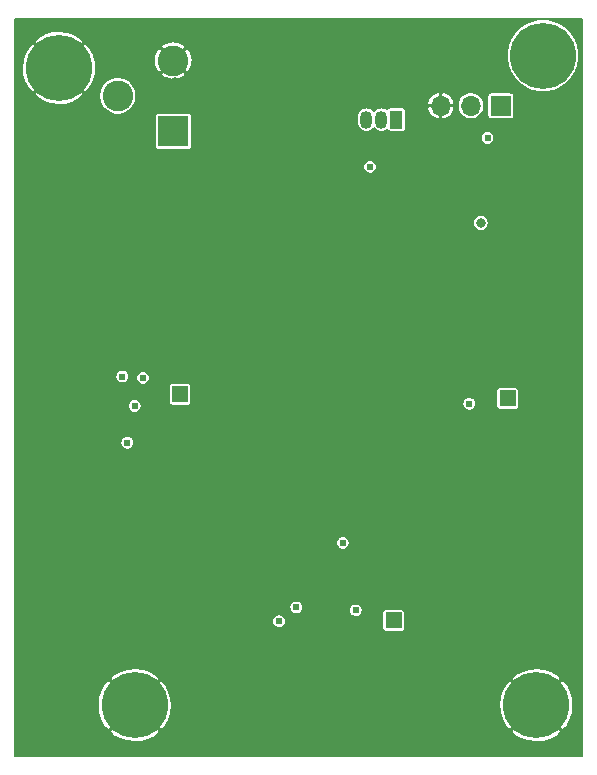
<source format=gbr>
G04 #@! TF.GenerationSoftware,KiCad,Pcbnew,(5.1.5)-3*
G04 #@! TF.CreationDate,2020-05-10T15:52:49-07:00*
G04 #@! TF.ProjectId,april_proj,61707269-6c5f-4707-926f-6a2e6b696361,rev?*
G04 #@! TF.SameCoordinates,Original*
G04 #@! TF.FileFunction,Copper,L3,Inr*
G04 #@! TF.FilePolarity,Positive*
%FSLAX46Y46*%
G04 Gerber Fmt 4.6, Leading zero omitted, Abs format (unit mm)*
G04 Created by KiCad (PCBNEW (5.1.5)-3) date 2020-05-10 15:52:49*
%MOMM*%
%LPD*%
G04 APERTURE LIST*
%ADD10C,5.599999*%
%ADD11R,1.350000X1.350000*%
%ADD12O,1.700000X1.700000*%
%ADD13R,1.700000X1.700000*%
%ADD14C,2.600000*%
%ADD15R,2.600000X2.600000*%
%ADD16O,1.050000X1.500000*%
%ADD17R,1.050000X1.500000*%
%ADD18C,0.609600*%
%ADD19C,0.800000*%
%ADD20C,0.152400*%
G04 APERTURE END LIST*
D10*
X74950000Y-23875000D03*
X40375000Y-78875000D03*
X74375000Y-78875000D03*
X33975000Y-24925000D03*
D11*
X71950000Y-52900000D03*
X62300000Y-71700000D03*
X44225000Y-52550000D03*
D12*
X66295000Y-28125000D03*
X68835000Y-28125000D03*
D13*
X71375000Y-28125000D03*
D14*
X38942004Y-27293122D03*
X43642004Y-24293122D03*
D15*
X43642004Y-30293122D03*
D16*
X61265000Y-29290000D03*
X59995000Y-29290000D03*
D17*
X62535000Y-29290000D03*
D18*
X47350000Y-77875000D03*
X45300000Y-77775000D03*
X39750000Y-56650000D03*
X38875000Y-51825000D03*
X41075000Y-51175000D03*
X40375000Y-53550000D03*
X39325000Y-51050000D03*
X41850000Y-51425000D03*
X35700000Y-77475000D03*
X35775000Y-79700000D03*
X70275000Y-31675000D03*
X70225000Y-49550000D03*
X35700000Y-43125000D03*
X35600000Y-60900000D03*
X53725000Y-77800000D03*
X56025000Y-77700000D03*
X35500000Y-37075000D03*
X35750000Y-54525000D03*
X47750000Y-49100000D03*
X56325000Y-30725000D03*
X65350000Y-33825000D03*
X73000000Y-61850000D03*
X68450000Y-54500000D03*
X72900000Y-68350000D03*
D19*
X73000000Y-48250000D03*
X73000000Y-50500000D03*
D18*
X73000000Y-42250000D03*
X73000000Y-39750000D03*
X68675000Y-41350000D03*
D19*
X45572004Y-24403122D03*
X43822003Y-26153123D03*
X43822003Y-22403122D03*
D18*
X58900000Y-69725000D03*
X35625000Y-62925000D03*
X35750000Y-52175000D03*
X35500000Y-45575000D03*
X35500000Y-34475000D03*
X72900000Y-70300000D03*
X62875000Y-64550000D03*
X73000000Y-59850000D03*
X68650000Y-31575000D03*
X50650000Y-71750000D03*
X57711827Y-66956066D03*
D19*
X41572004Y-24403124D03*
D18*
X56100000Y-68825000D03*
X60350000Y-34125000D03*
X39200000Y-55500000D03*
X35650000Y-71200000D03*
X35575000Y-69050000D03*
D19*
X69675000Y-38050000D03*
D18*
X59100000Y-70850000D03*
X68700000Y-53350000D03*
X52600000Y-71775000D03*
X58000000Y-65150000D03*
X54050000Y-70600000D03*
X60300000Y-33300000D03*
X70250000Y-30850000D03*
D20*
G36*
X78246400Y-83146400D02*
G01*
X30253600Y-83146400D01*
X30253600Y-81076346D01*
X38245496Y-81076346D01*
X38567552Y-81449166D01*
X39104476Y-81752319D01*
X39690226Y-81944899D01*
X40302291Y-82019505D01*
X40917151Y-81973270D01*
X41511176Y-81807969D01*
X42061538Y-81529956D01*
X42182448Y-81449166D01*
X42504504Y-81076346D01*
X72245496Y-81076346D01*
X72567552Y-81449166D01*
X73104476Y-81752319D01*
X73690226Y-81944899D01*
X74302291Y-82019505D01*
X74917151Y-81973270D01*
X75511176Y-81807969D01*
X76061538Y-81529956D01*
X76182448Y-81449166D01*
X76504504Y-81076346D01*
X74375000Y-78946842D01*
X72245496Y-81076346D01*
X42504504Y-81076346D01*
X40375000Y-78946842D01*
X38245496Y-81076346D01*
X30253600Y-81076346D01*
X30253600Y-78802291D01*
X37230495Y-78802291D01*
X37276730Y-79417151D01*
X37442031Y-80011176D01*
X37720044Y-80561538D01*
X37800834Y-80682448D01*
X38173654Y-81004504D01*
X40303158Y-78875000D01*
X40446842Y-78875000D01*
X42576346Y-81004504D01*
X42949166Y-80682448D01*
X43252319Y-80145524D01*
X43444899Y-79559774D01*
X43519505Y-78947709D01*
X43508571Y-78802291D01*
X71230495Y-78802291D01*
X71276730Y-79417151D01*
X71442031Y-80011176D01*
X71720044Y-80561538D01*
X71800834Y-80682448D01*
X72173654Y-81004504D01*
X74303158Y-78875000D01*
X74446842Y-78875000D01*
X76576346Y-81004504D01*
X76949166Y-80682448D01*
X77252319Y-80145524D01*
X77444899Y-79559774D01*
X77519505Y-78947709D01*
X77473270Y-78332849D01*
X77307969Y-77738824D01*
X77029956Y-77188462D01*
X76949166Y-77067552D01*
X76576346Y-76745496D01*
X74446842Y-78875000D01*
X74303158Y-78875000D01*
X72173654Y-76745496D01*
X71800834Y-77067552D01*
X71497681Y-77604476D01*
X71305101Y-78190226D01*
X71230495Y-78802291D01*
X43508571Y-78802291D01*
X43473270Y-78332849D01*
X43307969Y-77738824D01*
X43029956Y-77188462D01*
X42949166Y-77067552D01*
X42576346Y-76745496D01*
X40446842Y-78875000D01*
X40303158Y-78875000D01*
X38173654Y-76745496D01*
X37800834Y-77067552D01*
X37497681Y-77604476D01*
X37305101Y-78190226D01*
X37230495Y-78802291D01*
X30253600Y-78802291D01*
X30253600Y-76673654D01*
X38245496Y-76673654D01*
X40375000Y-78803158D01*
X42504504Y-76673654D01*
X72245496Y-76673654D01*
X74375000Y-78803158D01*
X76504504Y-76673654D01*
X76182448Y-76300834D01*
X75645524Y-75997681D01*
X75059774Y-75805101D01*
X74447709Y-75730495D01*
X73832849Y-75776730D01*
X73238824Y-75942031D01*
X72688462Y-76220044D01*
X72567552Y-76300834D01*
X72245496Y-76673654D01*
X42504504Y-76673654D01*
X42182448Y-76300834D01*
X41645524Y-75997681D01*
X41059774Y-75805101D01*
X40447709Y-75730495D01*
X39832849Y-75776730D01*
X39238824Y-75942031D01*
X38688462Y-76220044D01*
X38567552Y-76300834D01*
X38245496Y-76673654D01*
X30253600Y-76673654D01*
X30253600Y-71717777D01*
X52019000Y-71717777D01*
X52019000Y-71832223D01*
X52041328Y-71944471D01*
X52085125Y-72050207D01*
X52148708Y-72145366D01*
X52229634Y-72226292D01*
X52324793Y-72289875D01*
X52430529Y-72333672D01*
X52542777Y-72356000D01*
X52657223Y-72356000D01*
X52769471Y-72333672D01*
X52875207Y-72289875D01*
X52970366Y-72226292D01*
X53051292Y-72145366D01*
X53114875Y-72050207D01*
X53158672Y-71944471D01*
X53181000Y-71832223D01*
X53181000Y-71717777D01*
X53158672Y-71605529D01*
X53114875Y-71499793D01*
X53051292Y-71404634D01*
X52970366Y-71323708D01*
X52875207Y-71260125D01*
X52769471Y-71216328D01*
X52657223Y-71194000D01*
X52542777Y-71194000D01*
X52430529Y-71216328D01*
X52324793Y-71260125D01*
X52229634Y-71323708D01*
X52148708Y-71404634D01*
X52085125Y-71499793D01*
X52041328Y-71605529D01*
X52019000Y-71717777D01*
X30253600Y-71717777D01*
X30253600Y-70542777D01*
X53469000Y-70542777D01*
X53469000Y-70657223D01*
X53491328Y-70769471D01*
X53535125Y-70875207D01*
X53598708Y-70970366D01*
X53679634Y-71051292D01*
X53774793Y-71114875D01*
X53880529Y-71158672D01*
X53992777Y-71181000D01*
X54107223Y-71181000D01*
X54219471Y-71158672D01*
X54325207Y-71114875D01*
X54420366Y-71051292D01*
X54501292Y-70970366D01*
X54564875Y-70875207D01*
X54599018Y-70792777D01*
X58519000Y-70792777D01*
X58519000Y-70907223D01*
X58541328Y-71019471D01*
X58585125Y-71125207D01*
X58648708Y-71220366D01*
X58729634Y-71301292D01*
X58824793Y-71364875D01*
X58930529Y-71408672D01*
X59042777Y-71431000D01*
X59157223Y-71431000D01*
X59269471Y-71408672D01*
X59375207Y-71364875D01*
X59470366Y-71301292D01*
X59551292Y-71220366D01*
X59614875Y-71125207D01*
X59656381Y-71025000D01*
X61347464Y-71025000D01*
X61347464Y-72375000D01*
X61352797Y-72429145D01*
X61368590Y-72481208D01*
X61394237Y-72529191D01*
X61428752Y-72571248D01*
X61470809Y-72605763D01*
X61518792Y-72631410D01*
X61570855Y-72647203D01*
X61625000Y-72652536D01*
X62975000Y-72652536D01*
X63029145Y-72647203D01*
X63081208Y-72631410D01*
X63129191Y-72605763D01*
X63171248Y-72571248D01*
X63205763Y-72529191D01*
X63231410Y-72481208D01*
X63247203Y-72429145D01*
X63252536Y-72375000D01*
X63252536Y-71025000D01*
X63247203Y-70970855D01*
X63231410Y-70918792D01*
X63205763Y-70870809D01*
X63171248Y-70828752D01*
X63129191Y-70794237D01*
X63081208Y-70768590D01*
X63029145Y-70752797D01*
X62975000Y-70747464D01*
X61625000Y-70747464D01*
X61570855Y-70752797D01*
X61518792Y-70768590D01*
X61470809Y-70794237D01*
X61428752Y-70828752D01*
X61394237Y-70870809D01*
X61368590Y-70918792D01*
X61352797Y-70970855D01*
X61347464Y-71025000D01*
X59656381Y-71025000D01*
X59658672Y-71019471D01*
X59681000Y-70907223D01*
X59681000Y-70792777D01*
X59658672Y-70680529D01*
X59614875Y-70574793D01*
X59551292Y-70479634D01*
X59470366Y-70398708D01*
X59375207Y-70335125D01*
X59269471Y-70291328D01*
X59157223Y-70269000D01*
X59042777Y-70269000D01*
X58930529Y-70291328D01*
X58824793Y-70335125D01*
X58729634Y-70398708D01*
X58648708Y-70479634D01*
X58585125Y-70574793D01*
X58541328Y-70680529D01*
X58519000Y-70792777D01*
X54599018Y-70792777D01*
X54608672Y-70769471D01*
X54631000Y-70657223D01*
X54631000Y-70542777D01*
X54608672Y-70430529D01*
X54564875Y-70324793D01*
X54501292Y-70229634D01*
X54420366Y-70148708D01*
X54325207Y-70085125D01*
X54219471Y-70041328D01*
X54107223Y-70019000D01*
X53992777Y-70019000D01*
X53880529Y-70041328D01*
X53774793Y-70085125D01*
X53679634Y-70148708D01*
X53598708Y-70229634D01*
X53535125Y-70324793D01*
X53491328Y-70430529D01*
X53469000Y-70542777D01*
X30253600Y-70542777D01*
X30253600Y-65092777D01*
X57419000Y-65092777D01*
X57419000Y-65207223D01*
X57441328Y-65319471D01*
X57485125Y-65425207D01*
X57548708Y-65520366D01*
X57629634Y-65601292D01*
X57724793Y-65664875D01*
X57830529Y-65708672D01*
X57942777Y-65731000D01*
X58057223Y-65731000D01*
X58169471Y-65708672D01*
X58275207Y-65664875D01*
X58370366Y-65601292D01*
X58451292Y-65520366D01*
X58514875Y-65425207D01*
X58558672Y-65319471D01*
X58581000Y-65207223D01*
X58581000Y-65092777D01*
X58558672Y-64980529D01*
X58514875Y-64874793D01*
X58451292Y-64779634D01*
X58370366Y-64698708D01*
X58275207Y-64635125D01*
X58169471Y-64591328D01*
X58057223Y-64569000D01*
X57942777Y-64569000D01*
X57830529Y-64591328D01*
X57724793Y-64635125D01*
X57629634Y-64698708D01*
X57548708Y-64779634D01*
X57485125Y-64874793D01*
X57441328Y-64980529D01*
X57419000Y-65092777D01*
X30253600Y-65092777D01*
X30253600Y-56592777D01*
X39169000Y-56592777D01*
X39169000Y-56707223D01*
X39191328Y-56819471D01*
X39235125Y-56925207D01*
X39298708Y-57020366D01*
X39379634Y-57101292D01*
X39474793Y-57164875D01*
X39580529Y-57208672D01*
X39692777Y-57231000D01*
X39807223Y-57231000D01*
X39919471Y-57208672D01*
X40025207Y-57164875D01*
X40120366Y-57101292D01*
X40201292Y-57020366D01*
X40264875Y-56925207D01*
X40308672Y-56819471D01*
X40331000Y-56707223D01*
X40331000Y-56592777D01*
X40308672Y-56480529D01*
X40264875Y-56374793D01*
X40201292Y-56279634D01*
X40120366Y-56198708D01*
X40025207Y-56135125D01*
X39919471Y-56091328D01*
X39807223Y-56069000D01*
X39692777Y-56069000D01*
X39580529Y-56091328D01*
X39474793Y-56135125D01*
X39379634Y-56198708D01*
X39298708Y-56279634D01*
X39235125Y-56374793D01*
X39191328Y-56480529D01*
X39169000Y-56592777D01*
X30253600Y-56592777D01*
X30253600Y-53492777D01*
X39794000Y-53492777D01*
X39794000Y-53607223D01*
X39816328Y-53719471D01*
X39860125Y-53825207D01*
X39923708Y-53920366D01*
X40004634Y-54001292D01*
X40099793Y-54064875D01*
X40205529Y-54108672D01*
X40317777Y-54131000D01*
X40432223Y-54131000D01*
X40544471Y-54108672D01*
X40650207Y-54064875D01*
X40745366Y-54001292D01*
X40826292Y-53920366D01*
X40889875Y-53825207D01*
X40933672Y-53719471D01*
X40956000Y-53607223D01*
X40956000Y-53492777D01*
X40933672Y-53380529D01*
X40889875Y-53274793D01*
X40826292Y-53179634D01*
X40745366Y-53098708D01*
X40650207Y-53035125D01*
X40544471Y-52991328D01*
X40432223Y-52969000D01*
X40317777Y-52969000D01*
X40205529Y-52991328D01*
X40099793Y-53035125D01*
X40004634Y-53098708D01*
X39923708Y-53179634D01*
X39860125Y-53274793D01*
X39816328Y-53380529D01*
X39794000Y-53492777D01*
X30253600Y-53492777D01*
X30253600Y-51875000D01*
X43272464Y-51875000D01*
X43272464Y-53225000D01*
X43277797Y-53279145D01*
X43293590Y-53331208D01*
X43319237Y-53379191D01*
X43353752Y-53421248D01*
X43395809Y-53455763D01*
X43443792Y-53481410D01*
X43495855Y-53497203D01*
X43550000Y-53502536D01*
X44900000Y-53502536D01*
X44954145Y-53497203D01*
X45006208Y-53481410D01*
X45054191Y-53455763D01*
X45096248Y-53421248D01*
X45130763Y-53379191D01*
X45156410Y-53331208D01*
X45168067Y-53292777D01*
X68119000Y-53292777D01*
X68119000Y-53407223D01*
X68141328Y-53519471D01*
X68185125Y-53625207D01*
X68248708Y-53720366D01*
X68329634Y-53801292D01*
X68424793Y-53864875D01*
X68530529Y-53908672D01*
X68642777Y-53931000D01*
X68757223Y-53931000D01*
X68869471Y-53908672D01*
X68975207Y-53864875D01*
X69070366Y-53801292D01*
X69151292Y-53720366D01*
X69214875Y-53625207D01*
X69258672Y-53519471D01*
X69281000Y-53407223D01*
X69281000Y-53292777D01*
X69258672Y-53180529D01*
X69214875Y-53074793D01*
X69151292Y-52979634D01*
X69070366Y-52898708D01*
X68975207Y-52835125D01*
X68869471Y-52791328D01*
X68757223Y-52769000D01*
X68642777Y-52769000D01*
X68530529Y-52791328D01*
X68424793Y-52835125D01*
X68329634Y-52898708D01*
X68248708Y-52979634D01*
X68185125Y-53074793D01*
X68141328Y-53180529D01*
X68119000Y-53292777D01*
X45168067Y-53292777D01*
X45172203Y-53279145D01*
X45177536Y-53225000D01*
X45177536Y-52225000D01*
X70997464Y-52225000D01*
X70997464Y-53575000D01*
X71002797Y-53629145D01*
X71018590Y-53681208D01*
X71044237Y-53729191D01*
X71078752Y-53771248D01*
X71120809Y-53805763D01*
X71168792Y-53831410D01*
X71220855Y-53847203D01*
X71275000Y-53852536D01*
X72625000Y-53852536D01*
X72679145Y-53847203D01*
X72731208Y-53831410D01*
X72779191Y-53805763D01*
X72821248Y-53771248D01*
X72855763Y-53729191D01*
X72881410Y-53681208D01*
X72897203Y-53629145D01*
X72902536Y-53575000D01*
X72902536Y-52225000D01*
X72897203Y-52170855D01*
X72881410Y-52118792D01*
X72855763Y-52070809D01*
X72821248Y-52028752D01*
X72779191Y-51994237D01*
X72731208Y-51968590D01*
X72679145Y-51952797D01*
X72625000Y-51947464D01*
X71275000Y-51947464D01*
X71220855Y-51952797D01*
X71168792Y-51968590D01*
X71120809Y-51994237D01*
X71078752Y-52028752D01*
X71044237Y-52070809D01*
X71018590Y-52118792D01*
X71002797Y-52170855D01*
X70997464Y-52225000D01*
X45177536Y-52225000D01*
X45177536Y-51875000D01*
X45172203Y-51820855D01*
X45156410Y-51768792D01*
X45130763Y-51720809D01*
X45096248Y-51678752D01*
X45054191Y-51644237D01*
X45006208Y-51618590D01*
X44954145Y-51602797D01*
X44900000Y-51597464D01*
X43550000Y-51597464D01*
X43495855Y-51602797D01*
X43443792Y-51618590D01*
X43395809Y-51644237D01*
X43353752Y-51678752D01*
X43319237Y-51720809D01*
X43293590Y-51768792D01*
X43277797Y-51820855D01*
X43272464Y-51875000D01*
X30253600Y-51875000D01*
X30253600Y-50992777D01*
X38744000Y-50992777D01*
X38744000Y-51107223D01*
X38766328Y-51219471D01*
X38810125Y-51325207D01*
X38873708Y-51420366D01*
X38954634Y-51501292D01*
X39049793Y-51564875D01*
X39155529Y-51608672D01*
X39267777Y-51631000D01*
X39382223Y-51631000D01*
X39494471Y-51608672D01*
X39600207Y-51564875D01*
X39695366Y-51501292D01*
X39776292Y-51420366D01*
X39839875Y-51325207D01*
X39883672Y-51219471D01*
X39903900Y-51117777D01*
X40494000Y-51117777D01*
X40494000Y-51232223D01*
X40516328Y-51344471D01*
X40560125Y-51450207D01*
X40623708Y-51545366D01*
X40704634Y-51626292D01*
X40799793Y-51689875D01*
X40905529Y-51733672D01*
X41017777Y-51756000D01*
X41132223Y-51756000D01*
X41244471Y-51733672D01*
X41350207Y-51689875D01*
X41445366Y-51626292D01*
X41526292Y-51545366D01*
X41589875Y-51450207D01*
X41633672Y-51344471D01*
X41656000Y-51232223D01*
X41656000Y-51117777D01*
X41633672Y-51005529D01*
X41589875Y-50899793D01*
X41526292Y-50804634D01*
X41445366Y-50723708D01*
X41350207Y-50660125D01*
X41244471Y-50616328D01*
X41132223Y-50594000D01*
X41017777Y-50594000D01*
X40905529Y-50616328D01*
X40799793Y-50660125D01*
X40704634Y-50723708D01*
X40623708Y-50804634D01*
X40560125Y-50899793D01*
X40516328Y-51005529D01*
X40494000Y-51117777D01*
X39903900Y-51117777D01*
X39906000Y-51107223D01*
X39906000Y-50992777D01*
X39883672Y-50880529D01*
X39839875Y-50774793D01*
X39776292Y-50679634D01*
X39695366Y-50598708D01*
X39600207Y-50535125D01*
X39494471Y-50491328D01*
X39382223Y-50469000D01*
X39267777Y-50469000D01*
X39155529Y-50491328D01*
X39049793Y-50535125D01*
X38954634Y-50598708D01*
X38873708Y-50679634D01*
X38810125Y-50774793D01*
X38766328Y-50880529D01*
X38744000Y-50992777D01*
X30253600Y-50992777D01*
X30253600Y-37983400D01*
X68998800Y-37983400D01*
X68998800Y-38116600D01*
X69024786Y-38247240D01*
X69075759Y-38370301D01*
X69149761Y-38481052D01*
X69243948Y-38575239D01*
X69354699Y-38649241D01*
X69477760Y-38700214D01*
X69608400Y-38726200D01*
X69741600Y-38726200D01*
X69872240Y-38700214D01*
X69995301Y-38649241D01*
X70106052Y-38575239D01*
X70200239Y-38481052D01*
X70274241Y-38370301D01*
X70325214Y-38247240D01*
X70351200Y-38116600D01*
X70351200Y-37983400D01*
X70325214Y-37852760D01*
X70274241Y-37729699D01*
X70200239Y-37618948D01*
X70106052Y-37524761D01*
X69995301Y-37450759D01*
X69872240Y-37399786D01*
X69741600Y-37373800D01*
X69608400Y-37373800D01*
X69477760Y-37399786D01*
X69354699Y-37450759D01*
X69243948Y-37524761D01*
X69149761Y-37618948D01*
X69075759Y-37729699D01*
X69024786Y-37852760D01*
X68998800Y-37983400D01*
X30253600Y-37983400D01*
X30253600Y-33242777D01*
X59719000Y-33242777D01*
X59719000Y-33357223D01*
X59741328Y-33469471D01*
X59785125Y-33575207D01*
X59848708Y-33670366D01*
X59929634Y-33751292D01*
X60024793Y-33814875D01*
X60130529Y-33858672D01*
X60242777Y-33881000D01*
X60357223Y-33881000D01*
X60469471Y-33858672D01*
X60575207Y-33814875D01*
X60670366Y-33751292D01*
X60751292Y-33670366D01*
X60814875Y-33575207D01*
X60858672Y-33469471D01*
X60881000Y-33357223D01*
X60881000Y-33242777D01*
X60858672Y-33130529D01*
X60814875Y-33024793D01*
X60751292Y-32929634D01*
X60670366Y-32848708D01*
X60575207Y-32785125D01*
X60469471Y-32741328D01*
X60357223Y-32719000D01*
X60242777Y-32719000D01*
X60130529Y-32741328D01*
X60024793Y-32785125D01*
X59929634Y-32848708D01*
X59848708Y-32929634D01*
X59785125Y-33024793D01*
X59741328Y-33130529D01*
X59719000Y-33242777D01*
X30253600Y-33242777D01*
X30253600Y-28993122D01*
X42064468Y-28993122D01*
X42064468Y-31593122D01*
X42069801Y-31647267D01*
X42085594Y-31699330D01*
X42111241Y-31747313D01*
X42145756Y-31789370D01*
X42187813Y-31823885D01*
X42235796Y-31849532D01*
X42287859Y-31865325D01*
X42342004Y-31870658D01*
X44942004Y-31870658D01*
X44996149Y-31865325D01*
X45048212Y-31849532D01*
X45096195Y-31823885D01*
X45138252Y-31789370D01*
X45172767Y-31747313D01*
X45198414Y-31699330D01*
X45214207Y-31647267D01*
X45219540Y-31593122D01*
X45219540Y-30792777D01*
X69669000Y-30792777D01*
X69669000Y-30907223D01*
X69691328Y-31019471D01*
X69735125Y-31125207D01*
X69798708Y-31220366D01*
X69879634Y-31301292D01*
X69974793Y-31364875D01*
X70080529Y-31408672D01*
X70192777Y-31431000D01*
X70307223Y-31431000D01*
X70419471Y-31408672D01*
X70525207Y-31364875D01*
X70620366Y-31301292D01*
X70701292Y-31220366D01*
X70764875Y-31125207D01*
X70808672Y-31019471D01*
X70831000Y-30907223D01*
X70831000Y-30792777D01*
X70808672Y-30680529D01*
X70764875Y-30574793D01*
X70701292Y-30479634D01*
X70620366Y-30398708D01*
X70525207Y-30335125D01*
X70419471Y-30291328D01*
X70307223Y-30269000D01*
X70192777Y-30269000D01*
X70080529Y-30291328D01*
X69974793Y-30335125D01*
X69879634Y-30398708D01*
X69798708Y-30479634D01*
X69735125Y-30574793D01*
X69691328Y-30680529D01*
X69669000Y-30792777D01*
X45219540Y-30792777D01*
X45219540Y-29025645D01*
X59193800Y-29025645D01*
X59193800Y-29554354D01*
X59205393Y-29672062D01*
X59251207Y-29823088D01*
X59325604Y-29962275D01*
X59425725Y-30084275D01*
X59547724Y-30184396D01*
X59686911Y-30258793D01*
X59837937Y-30304607D01*
X59995000Y-30320076D01*
X60152062Y-30304607D01*
X60303088Y-30258793D01*
X60442275Y-30184396D01*
X60564275Y-30084275D01*
X60630000Y-30004188D01*
X60695725Y-30084275D01*
X60817724Y-30184396D01*
X60956911Y-30258793D01*
X61107937Y-30304607D01*
X61265000Y-30320076D01*
X61422062Y-30304607D01*
X61573088Y-30258793D01*
X61712275Y-30184396D01*
X61755181Y-30149185D01*
X61779237Y-30194191D01*
X61813752Y-30236248D01*
X61855809Y-30270763D01*
X61903792Y-30296410D01*
X61955855Y-30312203D01*
X62010000Y-30317536D01*
X63060000Y-30317536D01*
X63114145Y-30312203D01*
X63166208Y-30296410D01*
X63214191Y-30270763D01*
X63256248Y-30236248D01*
X63290763Y-30194191D01*
X63316410Y-30146208D01*
X63332203Y-30094145D01*
X63337536Y-30040000D01*
X63337536Y-28540000D01*
X63332203Y-28485855D01*
X63316410Y-28433792D01*
X63290763Y-28385809D01*
X63269277Y-28359628D01*
X65138355Y-28359628D01*
X65206353Y-28580770D01*
X65316187Y-28784397D01*
X65463637Y-28962684D01*
X65643035Y-29108779D01*
X65847488Y-29217068D01*
X66060373Y-29281642D01*
X66244200Y-29221474D01*
X66244200Y-28175800D01*
X66345800Y-28175800D01*
X66345800Y-29221474D01*
X66529627Y-29281642D01*
X66742512Y-29217068D01*
X66946965Y-29108779D01*
X67126363Y-28962684D01*
X67273813Y-28784397D01*
X67383647Y-28580770D01*
X67451645Y-28359628D01*
X67391559Y-28175800D01*
X66345800Y-28175800D01*
X66244200Y-28175800D01*
X65198441Y-28175800D01*
X65138355Y-28359628D01*
X63269277Y-28359628D01*
X63256248Y-28343752D01*
X63214191Y-28309237D01*
X63166208Y-28283590D01*
X63114145Y-28267797D01*
X63060000Y-28262464D01*
X62010000Y-28262464D01*
X61955855Y-28267797D01*
X61903792Y-28283590D01*
X61855809Y-28309237D01*
X61813752Y-28343752D01*
X61779237Y-28385809D01*
X61755181Y-28430815D01*
X61712276Y-28395604D01*
X61573089Y-28321207D01*
X61422063Y-28275393D01*
X61265000Y-28259924D01*
X61107938Y-28275393D01*
X60956912Y-28321207D01*
X60817725Y-28395604D01*
X60695726Y-28495725D01*
X60630000Y-28575812D01*
X60564275Y-28495725D01*
X60442276Y-28395604D01*
X60303089Y-28321207D01*
X60152063Y-28275393D01*
X59995000Y-28259924D01*
X59837938Y-28275393D01*
X59686912Y-28321207D01*
X59547725Y-28395604D01*
X59425726Y-28495725D01*
X59325604Y-28617724D01*
X59251207Y-28756911D01*
X59205393Y-28907937D01*
X59193800Y-29025645D01*
X45219540Y-29025645D01*
X45219540Y-28993122D01*
X45214207Y-28938977D01*
X45198414Y-28886914D01*
X45172767Y-28838931D01*
X45138252Y-28796874D01*
X45096195Y-28762359D01*
X45048212Y-28736712D01*
X44996149Y-28720919D01*
X44942004Y-28715586D01*
X42342004Y-28715586D01*
X42287859Y-28720919D01*
X42235796Y-28736712D01*
X42187813Y-28762359D01*
X42145756Y-28796874D01*
X42111241Y-28838931D01*
X42085594Y-28886914D01*
X42069801Y-28938977D01*
X42064468Y-28993122D01*
X30253600Y-28993122D01*
X30253600Y-27126346D01*
X31845496Y-27126346D01*
X32167552Y-27499166D01*
X32704476Y-27802319D01*
X33290226Y-27994899D01*
X33902291Y-28069505D01*
X34517151Y-28023270D01*
X35111176Y-27857969D01*
X35661538Y-27579956D01*
X35782448Y-27499166D01*
X36094540Y-27137880D01*
X37365804Y-27137880D01*
X37365804Y-27448364D01*
X37426376Y-27752883D01*
X37545193Y-28039733D01*
X37717689Y-28297891D01*
X37937235Y-28517437D01*
X38195393Y-28689933D01*
X38482243Y-28808750D01*
X38786762Y-28869322D01*
X39097246Y-28869322D01*
X39401765Y-28808750D01*
X39688615Y-28689933D01*
X39946773Y-28517437D01*
X40166319Y-28297891D01*
X40338815Y-28039733D01*
X40400682Y-27890372D01*
X65138355Y-27890372D01*
X65198441Y-28074200D01*
X66244200Y-28074200D01*
X66244200Y-27028526D01*
X66345800Y-27028526D01*
X66345800Y-28074200D01*
X67391559Y-28074200D01*
X67411210Y-28014079D01*
X67708800Y-28014079D01*
X67708800Y-28235921D01*
X67752079Y-28453500D01*
X67836975Y-28658456D01*
X67960223Y-28842911D01*
X68117089Y-28999777D01*
X68301544Y-29123025D01*
X68506500Y-29207921D01*
X68724079Y-29251200D01*
X68945921Y-29251200D01*
X69163500Y-29207921D01*
X69368456Y-29123025D01*
X69552911Y-28999777D01*
X69709777Y-28842911D01*
X69833025Y-28658456D01*
X69917921Y-28453500D01*
X69961200Y-28235921D01*
X69961200Y-28014079D01*
X69917921Y-27796500D01*
X69833025Y-27591544D01*
X69709777Y-27407089D01*
X69577688Y-27275000D01*
X70247464Y-27275000D01*
X70247464Y-28975000D01*
X70252797Y-29029145D01*
X70268590Y-29081208D01*
X70294237Y-29129191D01*
X70328752Y-29171248D01*
X70370809Y-29205763D01*
X70418792Y-29231410D01*
X70470855Y-29247203D01*
X70525000Y-29252536D01*
X72225000Y-29252536D01*
X72279145Y-29247203D01*
X72331208Y-29231410D01*
X72379191Y-29205763D01*
X72421248Y-29171248D01*
X72455763Y-29129191D01*
X72481410Y-29081208D01*
X72497203Y-29029145D01*
X72502536Y-28975000D01*
X72502536Y-27275000D01*
X72497203Y-27220855D01*
X72481410Y-27168792D01*
X72455763Y-27120809D01*
X72421248Y-27078752D01*
X72379191Y-27044237D01*
X72331208Y-27018590D01*
X72279145Y-27002797D01*
X72225000Y-26997464D01*
X70525000Y-26997464D01*
X70470855Y-27002797D01*
X70418792Y-27018590D01*
X70370809Y-27044237D01*
X70328752Y-27078752D01*
X70294237Y-27120809D01*
X70268590Y-27168792D01*
X70252797Y-27220855D01*
X70247464Y-27275000D01*
X69577688Y-27275000D01*
X69552911Y-27250223D01*
X69368456Y-27126975D01*
X69163500Y-27042079D01*
X68945921Y-26998800D01*
X68724079Y-26998800D01*
X68506500Y-27042079D01*
X68301544Y-27126975D01*
X68117089Y-27250223D01*
X67960223Y-27407089D01*
X67836975Y-27591544D01*
X67752079Y-27796500D01*
X67708800Y-28014079D01*
X67411210Y-28014079D01*
X67451645Y-27890372D01*
X67383647Y-27669230D01*
X67273813Y-27465603D01*
X67126363Y-27287316D01*
X66946965Y-27141221D01*
X66742512Y-27032932D01*
X66529627Y-26968358D01*
X66345800Y-27028526D01*
X66244200Y-27028526D01*
X66060373Y-26968358D01*
X65847488Y-27032932D01*
X65643035Y-27141221D01*
X65463637Y-27287316D01*
X65316187Y-27465603D01*
X65206353Y-27669230D01*
X65138355Y-27890372D01*
X40400682Y-27890372D01*
X40457632Y-27752883D01*
X40518204Y-27448364D01*
X40518204Y-27137880D01*
X40457632Y-26833361D01*
X40338815Y-26546511D01*
X40166319Y-26288353D01*
X39946773Y-26068807D01*
X39688615Y-25896311D01*
X39401765Y-25777494D01*
X39097246Y-25716922D01*
X38786762Y-25716922D01*
X38482243Y-25777494D01*
X38195393Y-25896311D01*
X37937235Y-26068807D01*
X37717689Y-26288353D01*
X37545193Y-26546511D01*
X37426376Y-26833361D01*
X37365804Y-27137880D01*
X36094540Y-27137880D01*
X36104504Y-27126346D01*
X33975000Y-24996842D01*
X31845496Y-27126346D01*
X30253600Y-27126346D01*
X30253600Y-24852291D01*
X30830495Y-24852291D01*
X30876730Y-25467151D01*
X31042031Y-26061176D01*
X31320044Y-26611538D01*
X31400834Y-26732448D01*
X31773654Y-27054504D01*
X33903158Y-24925000D01*
X34046842Y-24925000D01*
X36176346Y-27054504D01*
X36549166Y-26732448D01*
X36852319Y-26195524D01*
X37044899Y-25609774D01*
X37067008Y-25428388D01*
X42578580Y-25428388D01*
X42720722Y-25647585D01*
X43002666Y-25801293D01*
X43309180Y-25897042D01*
X43628485Y-25931154D01*
X43948309Y-25902317D01*
X44256362Y-25811640D01*
X44540805Y-25662608D01*
X44563286Y-25647585D01*
X44705428Y-25428388D01*
X43642004Y-24364964D01*
X42578580Y-25428388D01*
X37067008Y-25428388D01*
X37119505Y-24997709D01*
X37073270Y-24382849D01*
X37044540Y-24279603D01*
X42003972Y-24279603D01*
X42032809Y-24599427D01*
X42123486Y-24907480D01*
X42272518Y-25191923D01*
X42287541Y-25214404D01*
X42506738Y-25356546D01*
X43570162Y-24293122D01*
X43713846Y-24293122D01*
X44777270Y-25356546D01*
X44996467Y-25214404D01*
X45150175Y-24932460D01*
X45245924Y-24625946D01*
X45280036Y-24306641D01*
X45251199Y-23986817D01*
X45160522Y-23678764D01*
X45104595Y-23572021D01*
X71873801Y-23572021D01*
X71873801Y-24177979D01*
X71992018Y-24772294D01*
X72223908Y-25332126D01*
X72560561Y-25835962D01*
X72989038Y-26264439D01*
X73492874Y-26601092D01*
X74052706Y-26832982D01*
X74647021Y-26951199D01*
X75252979Y-26951199D01*
X75847294Y-26832982D01*
X76407126Y-26601092D01*
X76910962Y-26264439D01*
X77339439Y-25835962D01*
X77676092Y-25332126D01*
X77907982Y-24772294D01*
X78026199Y-24177979D01*
X78026199Y-23572021D01*
X77907982Y-22977706D01*
X77676092Y-22417874D01*
X77339439Y-21914038D01*
X76910962Y-21485561D01*
X76407126Y-21148908D01*
X75847294Y-20917018D01*
X75252979Y-20798801D01*
X74647021Y-20798801D01*
X74052706Y-20917018D01*
X73492874Y-21148908D01*
X72989038Y-21485561D01*
X72560561Y-21914038D01*
X72223908Y-22417874D01*
X71992018Y-22977706D01*
X71873801Y-23572021D01*
X45104595Y-23572021D01*
X45011490Y-23394321D01*
X44996467Y-23371840D01*
X44777270Y-23229698D01*
X43713846Y-24293122D01*
X43570162Y-24293122D01*
X42506738Y-23229698D01*
X42287541Y-23371840D01*
X42133833Y-23653784D01*
X42038084Y-23960298D01*
X42003972Y-24279603D01*
X37044540Y-24279603D01*
X36907969Y-23788824D01*
X36629956Y-23238462D01*
X36576097Y-23157856D01*
X42578580Y-23157856D01*
X43642004Y-24221280D01*
X44705428Y-23157856D01*
X44563286Y-22938659D01*
X44281342Y-22784951D01*
X43974828Y-22689202D01*
X43655523Y-22655090D01*
X43335699Y-22683927D01*
X43027646Y-22774604D01*
X42743203Y-22923636D01*
X42720722Y-22938659D01*
X42578580Y-23157856D01*
X36576097Y-23157856D01*
X36549166Y-23117552D01*
X36176346Y-22795496D01*
X34046842Y-24925000D01*
X33903158Y-24925000D01*
X31773654Y-22795496D01*
X31400834Y-23117552D01*
X31097681Y-23654476D01*
X30905101Y-24240226D01*
X30830495Y-24852291D01*
X30253600Y-24852291D01*
X30253600Y-22723654D01*
X31845496Y-22723654D01*
X33975000Y-24853158D01*
X36104504Y-22723654D01*
X35782448Y-22350834D01*
X35245524Y-22047681D01*
X34659774Y-21855101D01*
X34047709Y-21780495D01*
X33432849Y-21826730D01*
X32838824Y-21992031D01*
X32288462Y-22270044D01*
X32167552Y-22350834D01*
X31845496Y-22723654D01*
X30253600Y-22723654D01*
X30253600Y-20753600D01*
X78246401Y-20753600D01*
X78246400Y-83146400D01*
G37*
X78246400Y-83146400D02*
X30253600Y-83146400D01*
X30253600Y-81076346D01*
X38245496Y-81076346D01*
X38567552Y-81449166D01*
X39104476Y-81752319D01*
X39690226Y-81944899D01*
X40302291Y-82019505D01*
X40917151Y-81973270D01*
X41511176Y-81807969D01*
X42061538Y-81529956D01*
X42182448Y-81449166D01*
X42504504Y-81076346D01*
X72245496Y-81076346D01*
X72567552Y-81449166D01*
X73104476Y-81752319D01*
X73690226Y-81944899D01*
X74302291Y-82019505D01*
X74917151Y-81973270D01*
X75511176Y-81807969D01*
X76061538Y-81529956D01*
X76182448Y-81449166D01*
X76504504Y-81076346D01*
X74375000Y-78946842D01*
X72245496Y-81076346D01*
X42504504Y-81076346D01*
X40375000Y-78946842D01*
X38245496Y-81076346D01*
X30253600Y-81076346D01*
X30253600Y-78802291D01*
X37230495Y-78802291D01*
X37276730Y-79417151D01*
X37442031Y-80011176D01*
X37720044Y-80561538D01*
X37800834Y-80682448D01*
X38173654Y-81004504D01*
X40303158Y-78875000D01*
X40446842Y-78875000D01*
X42576346Y-81004504D01*
X42949166Y-80682448D01*
X43252319Y-80145524D01*
X43444899Y-79559774D01*
X43519505Y-78947709D01*
X43508571Y-78802291D01*
X71230495Y-78802291D01*
X71276730Y-79417151D01*
X71442031Y-80011176D01*
X71720044Y-80561538D01*
X71800834Y-80682448D01*
X72173654Y-81004504D01*
X74303158Y-78875000D01*
X74446842Y-78875000D01*
X76576346Y-81004504D01*
X76949166Y-80682448D01*
X77252319Y-80145524D01*
X77444899Y-79559774D01*
X77519505Y-78947709D01*
X77473270Y-78332849D01*
X77307969Y-77738824D01*
X77029956Y-77188462D01*
X76949166Y-77067552D01*
X76576346Y-76745496D01*
X74446842Y-78875000D01*
X74303158Y-78875000D01*
X72173654Y-76745496D01*
X71800834Y-77067552D01*
X71497681Y-77604476D01*
X71305101Y-78190226D01*
X71230495Y-78802291D01*
X43508571Y-78802291D01*
X43473270Y-78332849D01*
X43307969Y-77738824D01*
X43029956Y-77188462D01*
X42949166Y-77067552D01*
X42576346Y-76745496D01*
X40446842Y-78875000D01*
X40303158Y-78875000D01*
X38173654Y-76745496D01*
X37800834Y-77067552D01*
X37497681Y-77604476D01*
X37305101Y-78190226D01*
X37230495Y-78802291D01*
X30253600Y-78802291D01*
X30253600Y-76673654D01*
X38245496Y-76673654D01*
X40375000Y-78803158D01*
X42504504Y-76673654D01*
X72245496Y-76673654D01*
X74375000Y-78803158D01*
X76504504Y-76673654D01*
X76182448Y-76300834D01*
X75645524Y-75997681D01*
X75059774Y-75805101D01*
X74447709Y-75730495D01*
X73832849Y-75776730D01*
X73238824Y-75942031D01*
X72688462Y-76220044D01*
X72567552Y-76300834D01*
X72245496Y-76673654D01*
X42504504Y-76673654D01*
X42182448Y-76300834D01*
X41645524Y-75997681D01*
X41059774Y-75805101D01*
X40447709Y-75730495D01*
X39832849Y-75776730D01*
X39238824Y-75942031D01*
X38688462Y-76220044D01*
X38567552Y-76300834D01*
X38245496Y-76673654D01*
X30253600Y-76673654D01*
X30253600Y-71717777D01*
X52019000Y-71717777D01*
X52019000Y-71832223D01*
X52041328Y-71944471D01*
X52085125Y-72050207D01*
X52148708Y-72145366D01*
X52229634Y-72226292D01*
X52324793Y-72289875D01*
X52430529Y-72333672D01*
X52542777Y-72356000D01*
X52657223Y-72356000D01*
X52769471Y-72333672D01*
X52875207Y-72289875D01*
X52970366Y-72226292D01*
X53051292Y-72145366D01*
X53114875Y-72050207D01*
X53158672Y-71944471D01*
X53181000Y-71832223D01*
X53181000Y-71717777D01*
X53158672Y-71605529D01*
X53114875Y-71499793D01*
X53051292Y-71404634D01*
X52970366Y-71323708D01*
X52875207Y-71260125D01*
X52769471Y-71216328D01*
X52657223Y-71194000D01*
X52542777Y-71194000D01*
X52430529Y-71216328D01*
X52324793Y-71260125D01*
X52229634Y-71323708D01*
X52148708Y-71404634D01*
X52085125Y-71499793D01*
X52041328Y-71605529D01*
X52019000Y-71717777D01*
X30253600Y-71717777D01*
X30253600Y-70542777D01*
X53469000Y-70542777D01*
X53469000Y-70657223D01*
X53491328Y-70769471D01*
X53535125Y-70875207D01*
X53598708Y-70970366D01*
X53679634Y-71051292D01*
X53774793Y-71114875D01*
X53880529Y-71158672D01*
X53992777Y-71181000D01*
X54107223Y-71181000D01*
X54219471Y-71158672D01*
X54325207Y-71114875D01*
X54420366Y-71051292D01*
X54501292Y-70970366D01*
X54564875Y-70875207D01*
X54599018Y-70792777D01*
X58519000Y-70792777D01*
X58519000Y-70907223D01*
X58541328Y-71019471D01*
X58585125Y-71125207D01*
X58648708Y-71220366D01*
X58729634Y-71301292D01*
X58824793Y-71364875D01*
X58930529Y-71408672D01*
X59042777Y-71431000D01*
X59157223Y-71431000D01*
X59269471Y-71408672D01*
X59375207Y-71364875D01*
X59470366Y-71301292D01*
X59551292Y-71220366D01*
X59614875Y-71125207D01*
X59656381Y-71025000D01*
X61347464Y-71025000D01*
X61347464Y-72375000D01*
X61352797Y-72429145D01*
X61368590Y-72481208D01*
X61394237Y-72529191D01*
X61428752Y-72571248D01*
X61470809Y-72605763D01*
X61518792Y-72631410D01*
X61570855Y-72647203D01*
X61625000Y-72652536D01*
X62975000Y-72652536D01*
X63029145Y-72647203D01*
X63081208Y-72631410D01*
X63129191Y-72605763D01*
X63171248Y-72571248D01*
X63205763Y-72529191D01*
X63231410Y-72481208D01*
X63247203Y-72429145D01*
X63252536Y-72375000D01*
X63252536Y-71025000D01*
X63247203Y-70970855D01*
X63231410Y-70918792D01*
X63205763Y-70870809D01*
X63171248Y-70828752D01*
X63129191Y-70794237D01*
X63081208Y-70768590D01*
X63029145Y-70752797D01*
X62975000Y-70747464D01*
X61625000Y-70747464D01*
X61570855Y-70752797D01*
X61518792Y-70768590D01*
X61470809Y-70794237D01*
X61428752Y-70828752D01*
X61394237Y-70870809D01*
X61368590Y-70918792D01*
X61352797Y-70970855D01*
X61347464Y-71025000D01*
X59656381Y-71025000D01*
X59658672Y-71019471D01*
X59681000Y-70907223D01*
X59681000Y-70792777D01*
X59658672Y-70680529D01*
X59614875Y-70574793D01*
X59551292Y-70479634D01*
X59470366Y-70398708D01*
X59375207Y-70335125D01*
X59269471Y-70291328D01*
X59157223Y-70269000D01*
X59042777Y-70269000D01*
X58930529Y-70291328D01*
X58824793Y-70335125D01*
X58729634Y-70398708D01*
X58648708Y-70479634D01*
X58585125Y-70574793D01*
X58541328Y-70680529D01*
X58519000Y-70792777D01*
X54599018Y-70792777D01*
X54608672Y-70769471D01*
X54631000Y-70657223D01*
X54631000Y-70542777D01*
X54608672Y-70430529D01*
X54564875Y-70324793D01*
X54501292Y-70229634D01*
X54420366Y-70148708D01*
X54325207Y-70085125D01*
X54219471Y-70041328D01*
X54107223Y-70019000D01*
X53992777Y-70019000D01*
X53880529Y-70041328D01*
X53774793Y-70085125D01*
X53679634Y-70148708D01*
X53598708Y-70229634D01*
X53535125Y-70324793D01*
X53491328Y-70430529D01*
X53469000Y-70542777D01*
X30253600Y-70542777D01*
X30253600Y-65092777D01*
X57419000Y-65092777D01*
X57419000Y-65207223D01*
X57441328Y-65319471D01*
X57485125Y-65425207D01*
X57548708Y-65520366D01*
X57629634Y-65601292D01*
X57724793Y-65664875D01*
X57830529Y-65708672D01*
X57942777Y-65731000D01*
X58057223Y-65731000D01*
X58169471Y-65708672D01*
X58275207Y-65664875D01*
X58370366Y-65601292D01*
X58451292Y-65520366D01*
X58514875Y-65425207D01*
X58558672Y-65319471D01*
X58581000Y-65207223D01*
X58581000Y-65092777D01*
X58558672Y-64980529D01*
X58514875Y-64874793D01*
X58451292Y-64779634D01*
X58370366Y-64698708D01*
X58275207Y-64635125D01*
X58169471Y-64591328D01*
X58057223Y-64569000D01*
X57942777Y-64569000D01*
X57830529Y-64591328D01*
X57724793Y-64635125D01*
X57629634Y-64698708D01*
X57548708Y-64779634D01*
X57485125Y-64874793D01*
X57441328Y-64980529D01*
X57419000Y-65092777D01*
X30253600Y-65092777D01*
X30253600Y-56592777D01*
X39169000Y-56592777D01*
X39169000Y-56707223D01*
X39191328Y-56819471D01*
X39235125Y-56925207D01*
X39298708Y-57020366D01*
X39379634Y-57101292D01*
X39474793Y-57164875D01*
X39580529Y-57208672D01*
X39692777Y-57231000D01*
X39807223Y-57231000D01*
X39919471Y-57208672D01*
X40025207Y-57164875D01*
X40120366Y-57101292D01*
X40201292Y-57020366D01*
X40264875Y-56925207D01*
X40308672Y-56819471D01*
X40331000Y-56707223D01*
X40331000Y-56592777D01*
X40308672Y-56480529D01*
X40264875Y-56374793D01*
X40201292Y-56279634D01*
X40120366Y-56198708D01*
X40025207Y-56135125D01*
X39919471Y-56091328D01*
X39807223Y-56069000D01*
X39692777Y-56069000D01*
X39580529Y-56091328D01*
X39474793Y-56135125D01*
X39379634Y-56198708D01*
X39298708Y-56279634D01*
X39235125Y-56374793D01*
X39191328Y-56480529D01*
X39169000Y-56592777D01*
X30253600Y-56592777D01*
X30253600Y-53492777D01*
X39794000Y-53492777D01*
X39794000Y-53607223D01*
X39816328Y-53719471D01*
X39860125Y-53825207D01*
X39923708Y-53920366D01*
X40004634Y-54001292D01*
X40099793Y-54064875D01*
X40205529Y-54108672D01*
X40317777Y-54131000D01*
X40432223Y-54131000D01*
X40544471Y-54108672D01*
X40650207Y-54064875D01*
X40745366Y-54001292D01*
X40826292Y-53920366D01*
X40889875Y-53825207D01*
X40933672Y-53719471D01*
X40956000Y-53607223D01*
X40956000Y-53492777D01*
X40933672Y-53380529D01*
X40889875Y-53274793D01*
X40826292Y-53179634D01*
X40745366Y-53098708D01*
X40650207Y-53035125D01*
X40544471Y-52991328D01*
X40432223Y-52969000D01*
X40317777Y-52969000D01*
X40205529Y-52991328D01*
X40099793Y-53035125D01*
X40004634Y-53098708D01*
X39923708Y-53179634D01*
X39860125Y-53274793D01*
X39816328Y-53380529D01*
X39794000Y-53492777D01*
X30253600Y-53492777D01*
X30253600Y-51875000D01*
X43272464Y-51875000D01*
X43272464Y-53225000D01*
X43277797Y-53279145D01*
X43293590Y-53331208D01*
X43319237Y-53379191D01*
X43353752Y-53421248D01*
X43395809Y-53455763D01*
X43443792Y-53481410D01*
X43495855Y-53497203D01*
X43550000Y-53502536D01*
X44900000Y-53502536D01*
X44954145Y-53497203D01*
X45006208Y-53481410D01*
X45054191Y-53455763D01*
X45096248Y-53421248D01*
X45130763Y-53379191D01*
X45156410Y-53331208D01*
X45168067Y-53292777D01*
X68119000Y-53292777D01*
X68119000Y-53407223D01*
X68141328Y-53519471D01*
X68185125Y-53625207D01*
X68248708Y-53720366D01*
X68329634Y-53801292D01*
X68424793Y-53864875D01*
X68530529Y-53908672D01*
X68642777Y-53931000D01*
X68757223Y-53931000D01*
X68869471Y-53908672D01*
X68975207Y-53864875D01*
X69070366Y-53801292D01*
X69151292Y-53720366D01*
X69214875Y-53625207D01*
X69258672Y-53519471D01*
X69281000Y-53407223D01*
X69281000Y-53292777D01*
X69258672Y-53180529D01*
X69214875Y-53074793D01*
X69151292Y-52979634D01*
X69070366Y-52898708D01*
X68975207Y-52835125D01*
X68869471Y-52791328D01*
X68757223Y-52769000D01*
X68642777Y-52769000D01*
X68530529Y-52791328D01*
X68424793Y-52835125D01*
X68329634Y-52898708D01*
X68248708Y-52979634D01*
X68185125Y-53074793D01*
X68141328Y-53180529D01*
X68119000Y-53292777D01*
X45168067Y-53292777D01*
X45172203Y-53279145D01*
X45177536Y-53225000D01*
X45177536Y-52225000D01*
X70997464Y-52225000D01*
X70997464Y-53575000D01*
X71002797Y-53629145D01*
X71018590Y-53681208D01*
X71044237Y-53729191D01*
X71078752Y-53771248D01*
X71120809Y-53805763D01*
X71168792Y-53831410D01*
X71220855Y-53847203D01*
X71275000Y-53852536D01*
X72625000Y-53852536D01*
X72679145Y-53847203D01*
X72731208Y-53831410D01*
X72779191Y-53805763D01*
X72821248Y-53771248D01*
X72855763Y-53729191D01*
X72881410Y-53681208D01*
X72897203Y-53629145D01*
X72902536Y-53575000D01*
X72902536Y-52225000D01*
X72897203Y-52170855D01*
X72881410Y-52118792D01*
X72855763Y-52070809D01*
X72821248Y-52028752D01*
X72779191Y-51994237D01*
X72731208Y-51968590D01*
X72679145Y-51952797D01*
X72625000Y-51947464D01*
X71275000Y-51947464D01*
X71220855Y-51952797D01*
X71168792Y-51968590D01*
X71120809Y-51994237D01*
X71078752Y-52028752D01*
X71044237Y-52070809D01*
X71018590Y-52118792D01*
X71002797Y-52170855D01*
X70997464Y-52225000D01*
X45177536Y-52225000D01*
X45177536Y-51875000D01*
X45172203Y-51820855D01*
X45156410Y-51768792D01*
X45130763Y-51720809D01*
X45096248Y-51678752D01*
X45054191Y-51644237D01*
X45006208Y-51618590D01*
X44954145Y-51602797D01*
X44900000Y-51597464D01*
X43550000Y-51597464D01*
X43495855Y-51602797D01*
X43443792Y-51618590D01*
X43395809Y-51644237D01*
X43353752Y-51678752D01*
X43319237Y-51720809D01*
X43293590Y-51768792D01*
X43277797Y-51820855D01*
X43272464Y-51875000D01*
X30253600Y-51875000D01*
X30253600Y-50992777D01*
X38744000Y-50992777D01*
X38744000Y-51107223D01*
X38766328Y-51219471D01*
X38810125Y-51325207D01*
X38873708Y-51420366D01*
X38954634Y-51501292D01*
X39049793Y-51564875D01*
X39155529Y-51608672D01*
X39267777Y-51631000D01*
X39382223Y-51631000D01*
X39494471Y-51608672D01*
X39600207Y-51564875D01*
X39695366Y-51501292D01*
X39776292Y-51420366D01*
X39839875Y-51325207D01*
X39883672Y-51219471D01*
X39903900Y-51117777D01*
X40494000Y-51117777D01*
X40494000Y-51232223D01*
X40516328Y-51344471D01*
X40560125Y-51450207D01*
X40623708Y-51545366D01*
X40704634Y-51626292D01*
X40799793Y-51689875D01*
X40905529Y-51733672D01*
X41017777Y-51756000D01*
X41132223Y-51756000D01*
X41244471Y-51733672D01*
X41350207Y-51689875D01*
X41445366Y-51626292D01*
X41526292Y-51545366D01*
X41589875Y-51450207D01*
X41633672Y-51344471D01*
X41656000Y-51232223D01*
X41656000Y-51117777D01*
X41633672Y-51005529D01*
X41589875Y-50899793D01*
X41526292Y-50804634D01*
X41445366Y-50723708D01*
X41350207Y-50660125D01*
X41244471Y-50616328D01*
X41132223Y-50594000D01*
X41017777Y-50594000D01*
X40905529Y-50616328D01*
X40799793Y-50660125D01*
X40704634Y-50723708D01*
X40623708Y-50804634D01*
X40560125Y-50899793D01*
X40516328Y-51005529D01*
X40494000Y-51117777D01*
X39903900Y-51117777D01*
X39906000Y-51107223D01*
X39906000Y-50992777D01*
X39883672Y-50880529D01*
X39839875Y-50774793D01*
X39776292Y-50679634D01*
X39695366Y-50598708D01*
X39600207Y-50535125D01*
X39494471Y-50491328D01*
X39382223Y-50469000D01*
X39267777Y-50469000D01*
X39155529Y-50491328D01*
X39049793Y-50535125D01*
X38954634Y-50598708D01*
X38873708Y-50679634D01*
X38810125Y-50774793D01*
X38766328Y-50880529D01*
X38744000Y-50992777D01*
X30253600Y-50992777D01*
X30253600Y-37983400D01*
X68998800Y-37983400D01*
X68998800Y-38116600D01*
X69024786Y-38247240D01*
X69075759Y-38370301D01*
X69149761Y-38481052D01*
X69243948Y-38575239D01*
X69354699Y-38649241D01*
X69477760Y-38700214D01*
X69608400Y-38726200D01*
X69741600Y-38726200D01*
X69872240Y-38700214D01*
X69995301Y-38649241D01*
X70106052Y-38575239D01*
X70200239Y-38481052D01*
X70274241Y-38370301D01*
X70325214Y-38247240D01*
X70351200Y-38116600D01*
X70351200Y-37983400D01*
X70325214Y-37852760D01*
X70274241Y-37729699D01*
X70200239Y-37618948D01*
X70106052Y-37524761D01*
X69995301Y-37450759D01*
X69872240Y-37399786D01*
X69741600Y-37373800D01*
X69608400Y-37373800D01*
X69477760Y-37399786D01*
X69354699Y-37450759D01*
X69243948Y-37524761D01*
X69149761Y-37618948D01*
X69075759Y-37729699D01*
X69024786Y-37852760D01*
X68998800Y-37983400D01*
X30253600Y-37983400D01*
X30253600Y-33242777D01*
X59719000Y-33242777D01*
X59719000Y-33357223D01*
X59741328Y-33469471D01*
X59785125Y-33575207D01*
X59848708Y-33670366D01*
X59929634Y-33751292D01*
X60024793Y-33814875D01*
X60130529Y-33858672D01*
X60242777Y-33881000D01*
X60357223Y-33881000D01*
X60469471Y-33858672D01*
X60575207Y-33814875D01*
X60670366Y-33751292D01*
X60751292Y-33670366D01*
X60814875Y-33575207D01*
X60858672Y-33469471D01*
X60881000Y-33357223D01*
X60881000Y-33242777D01*
X60858672Y-33130529D01*
X60814875Y-33024793D01*
X60751292Y-32929634D01*
X60670366Y-32848708D01*
X60575207Y-32785125D01*
X60469471Y-32741328D01*
X60357223Y-32719000D01*
X60242777Y-32719000D01*
X60130529Y-32741328D01*
X60024793Y-32785125D01*
X59929634Y-32848708D01*
X59848708Y-32929634D01*
X59785125Y-33024793D01*
X59741328Y-33130529D01*
X59719000Y-33242777D01*
X30253600Y-33242777D01*
X30253600Y-28993122D01*
X42064468Y-28993122D01*
X42064468Y-31593122D01*
X42069801Y-31647267D01*
X42085594Y-31699330D01*
X42111241Y-31747313D01*
X42145756Y-31789370D01*
X42187813Y-31823885D01*
X42235796Y-31849532D01*
X42287859Y-31865325D01*
X42342004Y-31870658D01*
X44942004Y-31870658D01*
X44996149Y-31865325D01*
X45048212Y-31849532D01*
X45096195Y-31823885D01*
X45138252Y-31789370D01*
X45172767Y-31747313D01*
X45198414Y-31699330D01*
X45214207Y-31647267D01*
X45219540Y-31593122D01*
X45219540Y-30792777D01*
X69669000Y-30792777D01*
X69669000Y-30907223D01*
X69691328Y-31019471D01*
X69735125Y-31125207D01*
X69798708Y-31220366D01*
X69879634Y-31301292D01*
X69974793Y-31364875D01*
X70080529Y-31408672D01*
X70192777Y-31431000D01*
X70307223Y-31431000D01*
X70419471Y-31408672D01*
X70525207Y-31364875D01*
X70620366Y-31301292D01*
X70701292Y-31220366D01*
X70764875Y-31125207D01*
X70808672Y-31019471D01*
X70831000Y-30907223D01*
X70831000Y-30792777D01*
X70808672Y-30680529D01*
X70764875Y-30574793D01*
X70701292Y-30479634D01*
X70620366Y-30398708D01*
X70525207Y-30335125D01*
X70419471Y-30291328D01*
X70307223Y-30269000D01*
X70192777Y-30269000D01*
X70080529Y-30291328D01*
X69974793Y-30335125D01*
X69879634Y-30398708D01*
X69798708Y-30479634D01*
X69735125Y-30574793D01*
X69691328Y-30680529D01*
X69669000Y-30792777D01*
X45219540Y-30792777D01*
X45219540Y-29025645D01*
X59193800Y-29025645D01*
X59193800Y-29554354D01*
X59205393Y-29672062D01*
X59251207Y-29823088D01*
X59325604Y-29962275D01*
X59425725Y-30084275D01*
X59547724Y-30184396D01*
X59686911Y-30258793D01*
X59837937Y-30304607D01*
X59995000Y-30320076D01*
X60152062Y-30304607D01*
X60303088Y-30258793D01*
X60442275Y-30184396D01*
X60564275Y-30084275D01*
X60630000Y-30004188D01*
X60695725Y-30084275D01*
X60817724Y-30184396D01*
X60956911Y-30258793D01*
X61107937Y-30304607D01*
X61265000Y-30320076D01*
X61422062Y-30304607D01*
X61573088Y-30258793D01*
X61712275Y-30184396D01*
X61755181Y-30149185D01*
X61779237Y-30194191D01*
X61813752Y-30236248D01*
X61855809Y-30270763D01*
X61903792Y-30296410D01*
X61955855Y-30312203D01*
X62010000Y-30317536D01*
X63060000Y-30317536D01*
X63114145Y-30312203D01*
X63166208Y-30296410D01*
X63214191Y-30270763D01*
X63256248Y-30236248D01*
X63290763Y-30194191D01*
X63316410Y-30146208D01*
X63332203Y-30094145D01*
X63337536Y-30040000D01*
X63337536Y-28540000D01*
X63332203Y-28485855D01*
X63316410Y-28433792D01*
X63290763Y-28385809D01*
X63269277Y-28359628D01*
X65138355Y-28359628D01*
X65206353Y-28580770D01*
X65316187Y-28784397D01*
X65463637Y-28962684D01*
X65643035Y-29108779D01*
X65847488Y-29217068D01*
X66060373Y-29281642D01*
X66244200Y-29221474D01*
X66244200Y-28175800D01*
X66345800Y-28175800D01*
X66345800Y-29221474D01*
X66529627Y-29281642D01*
X66742512Y-29217068D01*
X66946965Y-29108779D01*
X67126363Y-28962684D01*
X67273813Y-28784397D01*
X67383647Y-28580770D01*
X67451645Y-28359628D01*
X67391559Y-28175800D01*
X66345800Y-28175800D01*
X66244200Y-28175800D01*
X65198441Y-28175800D01*
X65138355Y-28359628D01*
X63269277Y-28359628D01*
X63256248Y-28343752D01*
X63214191Y-28309237D01*
X63166208Y-28283590D01*
X63114145Y-28267797D01*
X63060000Y-28262464D01*
X62010000Y-28262464D01*
X61955855Y-28267797D01*
X61903792Y-28283590D01*
X61855809Y-28309237D01*
X61813752Y-28343752D01*
X61779237Y-28385809D01*
X61755181Y-28430815D01*
X61712276Y-28395604D01*
X61573089Y-28321207D01*
X61422063Y-28275393D01*
X61265000Y-28259924D01*
X61107938Y-28275393D01*
X60956912Y-28321207D01*
X60817725Y-28395604D01*
X60695726Y-28495725D01*
X60630000Y-28575812D01*
X60564275Y-28495725D01*
X60442276Y-28395604D01*
X60303089Y-28321207D01*
X60152063Y-28275393D01*
X59995000Y-28259924D01*
X59837938Y-28275393D01*
X59686912Y-28321207D01*
X59547725Y-28395604D01*
X59425726Y-28495725D01*
X59325604Y-28617724D01*
X59251207Y-28756911D01*
X59205393Y-28907937D01*
X59193800Y-29025645D01*
X45219540Y-29025645D01*
X45219540Y-28993122D01*
X45214207Y-28938977D01*
X45198414Y-28886914D01*
X45172767Y-28838931D01*
X45138252Y-28796874D01*
X45096195Y-28762359D01*
X45048212Y-28736712D01*
X44996149Y-28720919D01*
X44942004Y-28715586D01*
X42342004Y-28715586D01*
X42287859Y-28720919D01*
X42235796Y-28736712D01*
X42187813Y-28762359D01*
X42145756Y-28796874D01*
X42111241Y-28838931D01*
X42085594Y-28886914D01*
X42069801Y-28938977D01*
X42064468Y-28993122D01*
X30253600Y-28993122D01*
X30253600Y-27126346D01*
X31845496Y-27126346D01*
X32167552Y-27499166D01*
X32704476Y-27802319D01*
X33290226Y-27994899D01*
X33902291Y-28069505D01*
X34517151Y-28023270D01*
X35111176Y-27857969D01*
X35661538Y-27579956D01*
X35782448Y-27499166D01*
X36094540Y-27137880D01*
X37365804Y-27137880D01*
X37365804Y-27448364D01*
X37426376Y-27752883D01*
X37545193Y-28039733D01*
X37717689Y-28297891D01*
X37937235Y-28517437D01*
X38195393Y-28689933D01*
X38482243Y-28808750D01*
X38786762Y-28869322D01*
X39097246Y-28869322D01*
X39401765Y-28808750D01*
X39688615Y-28689933D01*
X39946773Y-28517437D01*
X40166319Y-28297891D01*
X40338815Y-28039733D01*
X40400682Y-27890372D01*
X65138355Y-27890372D01*
X65198441Y-28074200D01*
X66244200Y-28074200D01*
X66244200Y-27028526D01*
X66345800Y-27028526D01*
X66345800Y-28074200D01*
X67391559Y-28074200D01*
X67411210Y-28014079D01*
X67708800Y-28014079D01*
X67708800Y-28235921D01*
X67752079Y-28453500D01*
X67836975Y-28658456D01*
X67960223Y-28842911D01*
X68117089Y-28999777D01*
X68301544Y-29123025D01*
X68506500Y-29207921D01*
X68724079Y-29251200D01*
X68945921Y-29251200D01*
X69163500Y-29207921D01*
X69368456Y-29123025D01*
X69552911Y-28999777D01*
X69709777Y-28842911D01*
X69833025Y-28658456D01*
X69917921Y-28453500D01*
X69961200Y-28235921D01*
X69961200Y-28014079D01*
X69917921Y-27796500D01*
X69833025Y-27591544D01*
X69709777Y-27407089D01*
X69577688Y-27275000D01*
X70247464Y-27275000D01*
X70247464Y-28975000D01*
X70252797Y-29029145D01*
X70268590Y-29081208D01*
X70294237Y-29129191D01*
X70328752Y-29171248D01*
X70370809Y-29205763D01*
X70418792Y-29231410D01*
X70470855Y-29247203D01*
X70525000Y-29252536D01*
X72225000Y-29252536D01*
X72279145Y-29247203D01*
X72331208Y-29231410D01*
X72379191Y-29205763D01*
X72421248Y-29171248D01*
X72455763Y-29129191D01*
X72481410Y-29081208D01*
X72497203Y-29029145D01*
X72502536Y-28975000D01*
X72502536Y-27275000D01*
X72497203Y-27220855D01*
X72481410Y-27168792D01*
X72455763Y-27120809D01*
X72421248Y-27078752D01*
X72379191Y-27044237D01*
X72331208Y-27018590D01*
X72279145Y-27002797D01*
X72225000Y-26997464D01*
X70525000Y-26997464D01*
X70470855Y-27002797D01*
X70418792Y-27018590D01*
X70370809Y-27044237D01*
X70328752Y-27078752D01*
X70294237Y-27120809D01*
X70268590Y-27168792D01*
X70252797Y-27220855D01*
X70247464Y-27275000D01*
X69577688Y-27275000D01*
X69552911Y-27250223D01*
X69368456Y-27126975D01*
X69163500Y-27042079D01*
X68945921Y-26998800D01*
X68724079Y-26998800D01*
X68506500Y-27042079D01*
X68301544Y-27126975D01*
X68117089Y-27250223D01*
X67960223Y-27407089D01*
X67836975Y-27591544D01*
X67752079Y-27796500D01*
X67708800Y-28014079D01*
X67411210Y-28014079D01*
X67451645Y-27890372D01*
X67383647Y-27669230D01*
X67273813Y-27465603D01*
X67126363Y-27287316D01*
X66946965Y-27141221D01*
X66742512Y-27032932D01*
X66529627Y-26968358D01*
X66345800Y-27028526D01*
X66244200Y-27028526D01*
X66060373Y-26968358D01*
X65847488Y-27032932D01*
X65643035Y-27141221D01*
X65463637Y-27287316D01*
X65316187Y-27465603D01*
X65206353Y-27669230D01*
X65138355Y-27890372D01*
X40400682Y-27890372D01*
X40457632Y-27752883D01*
X40518204Y-27448364D01*
X40518204Y-27137880D01*
X40457632Y-26833361D01*
X40338815Y-26546511D01*
X40166319Y-26288353D01*
X39946773Y-26068807D01*
X39688615Y-25896311D01*
X39401765Y-25777494D01*
X39097246Y-25716922D01*
X38786762Y-25716922D01*
X38482243Y-25777494D01*
X38195393Y-25896311D01*
X37937235Y-26068807D01*
X37717689Y-26288353D01*
X37545193Y-26546511D01*
X37426376Y-26833361D01*
X37365804Y-27137880D01*
X36094540Y-27137880D01*
X36104504Y-27126346D01*
X33975000Y-24996842D01*
X31845496Y-27126346D01*
X30253600Y-27126346D01*
X30253600Y-24852291D01*
X30830495Y-24852291D01*
X30876730Y-25467151D01*
X31042031Y-26061176D01*
X31320044Y-26611538D01*
X31400834Y-26732448D01*
X31773654Y-27054504D01*
X33903158Y-24925000D01*
X34046842Y-24925000D01*
X36176346Y-27054504D01*
X36549166Y-26732448D01*
X36852319Y-26195524D01*
X37044899Y-25609774D01*
X37067008Y-25428388D01*
X42578580Y-25428388D01*
X42720722Y-25647585D01*
X43002666Y-25801293D01*
X43309180Y-25897042D01*
X43628485Y-25931154D01*
X43948309Y-25902317D01*
X44256362Y-25811640D01*
X44540805Y-25662608D01*
X44563286Y-25647585D01*
X44705428Y-25428388D01*
X43642004Y-24364964D01*
X42578580Y-25428388D01*
X37067008Y-25428388D01*
X37119505Y-24997709D01*
X37073270Y-24382849D01*
X37044540Y-24279603D01*
X42003972Y-24279603D01*
X42032809Y-24599427D01*
X42123486Y-24907480D01*
X42272518Y-25191923D01*
X42287541Y-25214404D01*
X42506738Y-25356546D01*
X43570162Y-24293122D01*
X43713846Y-24293122D01*
X44777270Y-25356546D01*
X44996467Y-25214404D01*
X45150175Y-24932460D01*
X45245924Y-24625946D01*
X45280036Y-24306641D01*
X45251199Y-23986817D01*
X45160522Y-23678764D01*
X45104595Y-23572021D01*
X71873801Y-23572021D01*
X71873801Y-24177979D01*
X71992018Y-24772294D01*
X72223908Y-25332126D01*
X72560561Y-25835962D01*
X72989038Y-26264439D01*
X73492874Y-26601092D01*
X74052706Y-26832982D01*
X74647021Y-26951199D01*
X75252979Y-26951199D01*
X75847294Y-26832982D01*
X76407126Y-26601092D01*
X76910962Y-26264439D01*
X77339439Y-25835962D01*
X77676092Y-25332126D01*
X77907982Y-24772294D01*
X78026199Y-24177979D01*
X78026199Y-23572021D01*
X77907982Y-22977706D01*
X77676092Y-22417874D01*
X77339439Y-21914038D01*
X76910962Y-21485561D01*
X76407126Y-21148908D01*
X75847294Y-20917018D01*
X75252979Y-20798801D01*
X74647021Y-20798801D01*
X74052706Y-20917018D01*
X73492874Y-21148908D01*
X72989038Y-21485561D01*
X72560561Y-21914038D01*
X72223908Y-22417874D01*
X71992018Y-22977706D01*
X71873801Y-23572021D01*
X45104595Y-23572021D01*
X45011490Y-23394321D01*
X44996467Y-23371840D01*
X44777270Y-23229698D01*
X43713846Y-24293122D01*
X43570162Y-24293122D01*
X42506738Y-23229698D01*
X42287541Y-23371840D01*
X42133833Y-23653784D01*
X42038084Y-23960298D01*
X42003972Y-24279603D01*
X37044540Y-24279603D01*
X36907969Y-23788824D01*
X36629956Y-23238462D01*
X36576097Y-23157856D01*
X42578580Y-23157856D01*
X43642004Y-24221280D01*
X44705428Y-23157856D01*
X44563286Y-22938659D01*
X44281342Y-22784951D01*
X43974828Y-22689202D01*
X43655523Y-22655090D01*
X43335699Y-22683927D01*
X43027646Y-22774604D01*
X42743203Y-22923636D01*
X42720722Y-22938659D01*
X42578580Y-23157856D01*
X36576097Y-23157856D01*
X36549166Y-23117552D01*
X36176346Y-22795496D01*
X34046842Y-24925000D01*
X33903158Y-24925000D01*
X31773654Y-22795496D01*
X31400834Y-23117552D01*
X31097681Y-23654476D01*
X30905101Y-24240226D01*
X30830495Y-24852291D01*
X30253600Y-24852291D01*
X30253600Y-22723654D01*
X31845496Y-22723654D01*
X33975000Y-24853158D01*
X36104504Y-22723654D01*
X35782448Y-22350834D01*
X35245524Y-22047681D01*
X34659774Y-21855101D01*
X34047709Y-21780495D01*
X33432849Y-21826730D01*
X32838824Y-21992031D01*
X32288462Y-22270044D01*
X32167552Y-22350834D01*
X31845496Y-22723654D01*
X30253600Y-22723654D01*
X30253600Y-20753600D01*
X78246401Y-20753600D01*
X78246400Y-83146400D01*
M02*

</source>
